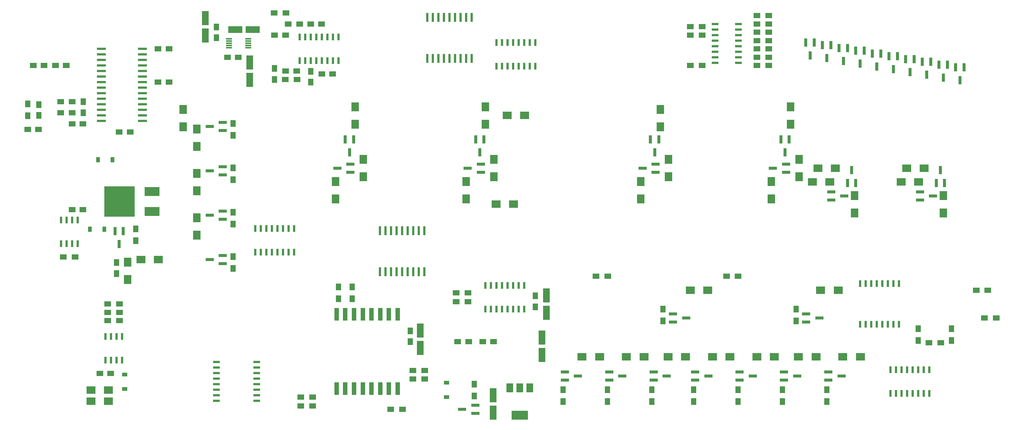
<source format=gbp>
G04 #@! TF.FileFunction,Paste,Bot*
%FSLAX46Y46*%
G04 Gerber Fmt 4.6, Leading zero omitted, Abs format (unit mm)*
G04 Created by KiCad (PCBNEW 4.0.5) date 04/17/17 02:57:54*
%MOMM*%
%LPD*%
G01*
G04 APERTURE LIST*
%ADD10C,0.100000*%
%ADD11R,2.000000X0.600000*%
%ADD12R,1.500000X0.600000*%
%ADD13R,3.800000X2.000000*%
%ADD14R,1.500000X2.000000*%
%ADD15R,0.600000X1.500000*%
%ADD16R,0.600000X2.000000*%
%ADD17R,0.600000X1.550000*%
%ADD18R,1.400000X0.300000*%
%ADD19R,2.000000X1.700000*%
%ADD20R,1.700000X2.000000*%
%ADD21R,1.500000X1.300000*%
%ADD22R,1.900000X0.800000*%
%ADD23R,0.800000X1.900000*%
%ADD24R,3.500000X2.000000*%
%ADD25R,7.000000X7.000000*%
%ADD26R,0.900000X1.200000*%
%ADD27R,1.200000X0.900000*%
%ADD28R,1.500000X3.200000*%
%ADD29R,1.250000X1.500000*%
%ADD30R,1.500000X1.250000*%
%ADD31R,3.200000X1.500000*%
%ADD32R,1.300000X1.500000*%
%ADD33R,1.000000X3.000000*%
G04 APERTURE END LIST*
D10*
D11*
X54865000Y-63500000D03*
X54865000Y-64770000D03*
X54865000Y-66040000D03*
X54865000Y-67310000D03*
X54865000Y-68580000D03*
X54865000Y-69850000D03*
X54865000Y-71120000D03*
X54865000Y-72390000D03*
X54865000Y-73660000D03*
X54865000Y-74930000D03*
X54865000Y-76200000D03*
X54865000Y-77470000D03*
X54865000Y-78740000D03*
X54865000Y-80010000D03*
X45465000Y-80010000D03*
X45465000Y-78740000D03*
X45465000Y-77470000D03*
X45465000Y-76200000D03*
X45465000Y-74930000D03*
X45465000Y-73660000D03*
X45465000Y-72390000D03*
X45465000Y-71120000D03*
X45465000Y-69850000D03*
X45465000Y-68580000D03*
X45465000Y-67310000D03*
X45465000Y-66040000D03*
X45465000Y-64770000D03*
X45465000Y-63500000D03*
D12*
X71753200Y-144043400D03*
X71753200Y-142773400D03*
X71753200Y-141503400D03*
X71753200Y-140233400D03*
X71753200Y-138963400D03*
X71753200Y-137693400D03*
X71753200Y-136423400D03*
X71753200Y-135153400D03*
X81053200Y-135153400D03*
X81053200Y-136423400D03*
X81053200Y-137693400D03*
X81053200Y-138963400D03*
X81053200Y-140233400D03*
X81053200Y-141503400D03*
X81053200Y-142773400D03*
X81053200Y-144043400D03*
D13*
X141224000Y-147422000D03*
D14*
X141224000Y-141122000D03*
X143524000Y-141122000D03*
X138924000Y-141122000D03*
D15*
X135890000Y-62070000D03*
X137160000Y-62070000D03*
X138430000Y-62070000D03*
X139700000Y-62070000D03*
X140970000Y-62070000D03*
X142240000Y-62070000D03*
X143510000Y-62070000D03*
X144780000Y-62070000D03*
X144780000Y-67470000D03*
X143510000Y-67470000D03*
X142240000Y-67470000D03*
X140970000Y-67470000D03*
X139700000Y-67470000D03*
X138430000Y-67470000D03*
X137160000Y-67470000D03*
X135890000Y-67470000D03*
X89535000Y-110015000D03*
X88265000Y-110015000D03*
X86995000Y-110015000D03*
X85725000Y-110015000D03*
X84455000Y-110015000D03*
X83185000Y-110015000D03*
X81915000Y-110015000D03*
X80645000Y-110015000D03*
X80645000Y-104615000D03*
X81915000Y-104615000D03*
X83185000Y-104615000D03*
X84455000Y-104615000D03*
X85725000Y-104615000D03*
X86995000Y-104615000D03*
X88265000Y-104615000D03*
X89535000Y-104615000D03*
X226060000Y-137000000D03*
X227330000Y-137000000D03*
X228600000Y-137000000D03*
X229870000Y-137000000D03*
X231140000Y-137000000D03*
X232410000Y-137000000D03*
X233680000Y-137000000D03*
X234950000Y-137000000D03*
X234950000Y-142400000D03*
X233680000Y-142400000D03*
X232410000Y-142400000D03*
X231140000Y-142400000D03*
X229870000Y-142400000D03*
X228600000Y-142400000D03*
X227330000Y-142400000D03*
X226060000Y-142400000D03*
D12*
X191295000Y-57785000D03*
X191295000Y-59055000D03*
X191295000Y-60325000D03*
X191295000Y-61595000D03*
X191295000Y-62865000D03*
X191295000Y-64135000D03*
X191295000Y-65405000D03*
X191295000Y-66675000D03*
X185895000Y-66675000D03*
X185895000Y-65405000D03*
X185895000Y-64135000D03*
X185895000Y-62865000D03*
X185895000Y-61595000D03*
X185895000Y-60325000D03*
X185895000Y-59055000D03*
X185895000Y-57785000D03*
D16*
X109220000Y-105155000D03*
X110490000Y-105155000D03*
X111760000Y-105155000D03*
X113030000Y-105155000D03*
X114300000Y-105155000D03*
X115570000Y-105155000D03*
X116840000Y-105155000D03*
X118110000Y-105155000D03*
X119380000Y-105155000D03*
X119380000Y-114555000D03*
X118110000Y-114555000D03*
X116840000Y-114555000D03*
X115570000Y-114555000D03*
X114300000Y-114555000D03*
X113030000Y-114555000D03*
X111760000Y-114555000D03*
X110490000Y-114555000D03*
X109220000Y-114555000D03*
X120015000Y-56260000D03*
X121285000Y-56260000D03*
X122555000Y-56260000D03*
X123825000Y-56260000D03*
X125095000Y-56260000D03*
X126365000Y-56260000D03*
X127635000Y-56260000D03*
X128905000Y-56260000D03*
X130175000Y-56260000D03*
X130175000Y-65660000D03*
X128905000Y-65660000D03*
X127635000Y-65660000D03*
X126365000Y-65660000D03*
X125095000Y-65660000D03*
X123825000Y-65660000D03*
X122555000Y-65660000D03*
X121285000Y-65660000D03*
X120015000Y-65660000D03*
D17*
X36195000Y-102710000D03*
X37465000Y-102710000D03*
X38735000Y-102710000D03*
X40005000Y-102710000D03*
X40005000Y-108110000D03*
X38735000Y-108110000D03*
X37465000Y-108110000D03*
X36195000Y-108110000D03*
X50165000Y-134780000D03*
X48895000Y-134780000D03*
X47625000Y-134780000D03*
X46355000Y-134780000D03*
X46355000Y-129380000D03*
X47625000Y-129380000D03*
X48895000Y-129380000D03*
X50165000Y-129380000D03*
D18*
X74635000Y-63230000D03*
X74635000Y-62730000D03*
X74635000Y-62230000D03*
X74635000Y-61730000D03*
X74635000Y-61230000D03*
X79035000Y-61230000D03*
X79035000Y-61730000D03*
X79035000Y-62230000D03*
X79035000Y-62730000D03*
X79035000Y-63230000D03*
D15*
X227965000Y-126570000D03*
X226695000Y-126570000D03*
X225425000Y-126570000D03*
X224155000Y-126570000D03*
X222885000Y-126570000D03*
X221615000Y-126570000D03*
X220345000Y-126570000D03*
X219075000Y-126570000D03*
X219075000Y-117270000D03*
X220345000Y-117270000D03*
X221615000Y-117270000D03*
X222885000Y-117270000D03*
X224155000Y-117270000D03*
X225425000Y-117270000D03*
X226695000Y-117270000D03*
X227965000Y-117270000D03*
D19*
X233775000Y-90805000D03*
X229775000Y-90805000D03*
X215170000Y-133985000D03*
X219170000Y-133985000D03*
X232505000Y-93980000D03*
X228505000Y-93980000D03*
D20*
X238125000Y-101060000D03*
X238125000Y-97060000D03*
D19*
X205010000Y-133985000D03*
X209010000Y-133985000D03*
X213455000Y-90805000D03*
X209455000Y-90805000D03*
X212185000Y-93980000D03*
X208185000Y-93980000D03*
D20*
X217805000Y-101060000D03*
X217805000Y-97060000D03*
D19*
X195485000Y-133985000D03*
X199485000Y-133985000D03*
D20*
X198755000Y-93885000D03*
X198755000Y-97885000D03*
X203200000Y-80740000D03*
X203200000Y-76740000D03*
X205105000Y-92805000D03*
X205105000Y-88805000D03*
D19*
X185325000Y-133985000D03*
X189325000Y-133985000D03*
D20*
X168910000Y-93885000D03*
X168910000Y-97885000D03*
X173355000Y-81375000D03*
X173355000Y-77375000D03*
X175260000Y-92805000D03*
X175260000Y-88805000D03*
D19*
X175165000Y-133985000D03*
X179165000Y-133985000D03*
X165640000Y-133985000D03*
X169640000Y-133985000D03*
D20*
X133350000Y-80740000D03*
X133350000Y-76740000D03*
X135255000Y-92805000D03*
X135255000Y-88805000D03*
X99060000Y-93885000D03*
X99060000Y-97885000D03*
X67310000Y-106140000D03*
X67310000Y-102140000D03*
X67310000Y-85820000D03*
X67310000Y-81820000D03*
D19*
X155480000Y-133985000D03*
X159480000Y-133985000D03*
D20*
X103505000Y-80740000D03*
X103505000Y-76740000D03*
X105410000Y-92805000D03*
X105410000Y-88805000D03*
X67310000Y-95980000D03*
X67310000Y-91980000D03*
X64135000Y-77375000D03*
X64135000Y-81375000D03*
D19*
X180245000Y-118745000D03*
X184245000Y-118745000D03*
X135795000Y-99060000D03*
X139795000Y-99060000D03*
X138335000Y-78740000D03*
X142335000Y-78740000D03*
X210090000Y-118745000D03*
X214090000Y-118745000D03*
X58515000Y-111760000D03*
X54515000Y-111760000D03*
D20*
X51435000Y-112300000D03*
X51435000Y-116300000D03*
D21*
X36750000Y-111125000D03*
X39450000Y-111125000D03*
X46910000Y-125730000D03*
X49610000Y-125730000D03*
X46910000Y-123825000D03*
X49610000Y-123825000D03*
X46910000Y-121920000D03*
X49610000Y-121920000D03*
D19*
X43085000Y-141605000D03*
X47085000Y-141605000D03*
X43085000Y-144145000D03*
X47085000Y-144145000D03*
D21*
X36115000Y-75565000D03*
X38815000Y-75565000D03*
X36115000Y-78105000D03*
X38815000Y-78105000D03*
D22*
X211860000Y-139380000D03*
X211860000Y-137480000D03*
X214860000Y-138430000D03*
D23*
X221935000Y-64540000D03*
X223835000Y-64540000D03*
X222885000Y-67540000D03*
X238440000Y-94210000D03*
X236540000Y-94210000D03*
X237490000Y-91210000D03*
X225745000Y-65175000D03*
X227645000Y-65175000D03*
X226695000Y-68175000D03*
D22*
X201700000Y-139380000D03*
X201700000Y-137480000D03*
X204700000Y-138430000D03*
X232815000Y-98105000D03*
X232815000Y-96205000D03*
X235815000Y-97155000D03*
D23*
X229555000Y-65810000D03*
X231455000Y-65810000D03*
X230505000Y-68810000D03*
X218120000Y-94210000D03*
X216220000Y-94210000D03*
X217170000Y-91210000D03*
D22*
X191540000Y-139380000D03*
X191540000Y-137480000D03*
X194540000Y-138430000D03*
X212495000Y-98105000D03*
X212495000Y-96205000D03*
X215495000Y-97155000D03*
D23*
X233365000Y-66445000D03*
X235265000Y-66445000D03*
X234315000Y-69445000D03*
D22*
X202160000Y-89855000D03*
X202160000Y-91755000D03*
X199160000Y-90805000D03*
X181380000Y-139380000D03*
X181380000Y-137480000D03*
X184380000Y-138430000D03*
D23*
X200980000Y-84225000D03*
X202880000Y-84225000D03*
X201930000Y-87225000D03*
X237175000Y-67080000D03*
X239075000Y-67080000D03*
X238125000Y-70080000D03*
D22*
X171855000Y-139380000D03*
X171855000Y-137480000D03*
X174855000Y-138430000D03*
X172315000Y-89855000D03*
X172315000Y-91755000D03*
X169315000Y-90805000D03*
D23*
X240985000Y-67715000D03*
X242885000Y-67715000D03*
X241935000Y-70715000D03*
X171135000Y-84225000D03*
X173035000Y-84225000D03*
X172085000Y-87225000D03*
D22*
X161695000Y-139380000D03*
X161695000Y-137480000D03*
X164695000Y-138430000D03*
D23*
X218125000Y-63905000D03*
X220025000Y-63905000D03*
X219075000Y-66905000D03*
X131130000Y-84225000D03*
X133030000Y-84225000D03*
X132080000Y-87225000D03*
D22*
X73255000Y-110810000D03*
X73255000Y-112710000D03*
X70255000Y-111760000D03*
X73255000Y-90490000D03*
X73255000Y-92390000D03*
X70255000Y-91440000D03*
X151535000Y-139380000D03*
X151535000Y-137480000D03*
X154535000Y-138430000D03*
D23*
X206695000Y-62000000D03*
X208595000Y-62000000D03*
X207645000Y-65000000D03*
D22*
X102465000Y-89855000D03*
X102465000Y-91755000D03*
X99465000Y-90805000D03*
X73255000Y-100650000D03*
X73255000Y-102550000D03*
X70255000Y-101600000D03*
X73255000Y-80330000D03*
X73255000Y-82230000D03*
X70255000Y-81280000D03*
D23*
X214315000Y-63270000D03*
X216215000Y-63270000D03*
X215265000Y-66270000D03*
X101285000Y-84225000D03*
X103185000Y-84225000D03*
X102235000Y-87225000D03*
X210505000Y-62635000D03*
X212405000Y-62635000D03*
X211455000Y-65635000D03*
D22*
X176300000Y-126045000D03*
X176300000Y-124145000D03*
X179300000Y-125095000D03*
X206780000Y-126045000D03*
X206780000Y-124145000D03*
X209780000Y-125095000D03*
D24*
X57040000Y-96135000D03*
X57040000Y-100715000D03*
D25*
X49640000Y-98435000D03*
D23*
X48580000Y-105180000D03*
X50480000Y-105180000D03*
X49530000Y-108180000D03*
D26*
X48005000Y-88900000D03*
X44705000Y-88900000D03*
X46100000Y-104775000D03*
X42800000Y-104775000D03*
D27*
X50800000Y-138050000D03*
X50800000Y-141350000D03*
D28*
X147320000Y-119920000D03*
X147320000Y-123920000D03*
D29*
X116187220Y-128046160D03*
X116187220Y-130546160D03*
D30*
X135235000Y-130556000D03*
X132735000Y-130556000D03*
X129520000Y-130556000D03*
X127020000Y-130556000D03*
D28*
X118488460Y-127951480D03*
X118488460Y-131951480D03*
D29*
X144780000Y-120035000D03*
X144780000Y-122535000D03*
D28*
X135128000Y-146780000D03*
X135128000Y-142780000D03*
X146304000Y-133572000D03*
X146304000Y-129572000D03*
D30*
X52050000Y-82550000D03*
X49550000Y-82550000D03*
X41255000Y-80645000D03*
X38755000Y-80645000D03*
X32365000Y-67310000D03*
X29865000Y-67310000D03*
X58440000Y-71120000D03*
X60940000Y-71120000D03*
X58440000Y-63500000D03*
X60940000Y-63500000D03*
X37445000Y-67310000D03*
X34945000Y-67310000D03*
D29*
X41275000Y-78085000D03*
X41275000Y-75585000D03*
X31115000Y-76220000D03*
X31115000Y-78720000D03*
D30*
X28595000Y-81915000D03*
X31095000Y-81915000D03*
X76815000Y-65405000D03*
X74315000Y-65405000D03*
D31*
X80105000Y-59055000D03*
X76105000Y-59055000D03*
D28*
X79375000Y-66580000D03*
X79375000Y-70580000D03*
D29*
X71755000Y-60940000D03*
X71755000Y-58440000D03*
D28*
X69215000Y-60420000D03*
X69215000Y-56420000D03*
D29*
X85090000Y-67965000D03*
X85090000Y-70465000D03*
D30*
X87610000Y-60325000D03*
X85110000Y-60325000D03*
X47605000Y-137795000D03*
X45105000Y-137795000D03*
D29*
X48895000Y-112415000D03*
X48895000Y-114915000D03*
D32*
X99695000Y-118030000D03*
X99695000Y-120730000D03*
X102870000Y-120730000D03*
X102870000Y-118030000D03*
D21*
X87710000Y-55245000D03*
X85010000Y-55245000D03*
X158670000Y-115570000D03*
X161370000Y-115570000D03*
X188515000Y-115570000D03*
X191215000Y-115570000D03*
X248365000Y-118745000D03*
X245665000Y-118745000D03*
X250270000Y-125095000D03*
X247570000Y-125095000D03*
D32*
X232410000Y-130255000D03*
X232410000Y-127555000D03*
X240030000Y-130255000D03*
X240030000Y-127555000D03*
D21*
X237570000Y-130810000D03*
X234870000Y-130810000D03*
X114380000Y-146050000D03*
X111680000Y-146050000D03*
X93806000Y-145288000D03*
X91106000Y-145288000D03*
X93806000Y-143256000D03*
X91106000Y-143256000D03*
X119460000Y-139065000D03*
X116760000Y-139065000D03*
X119460000Y-137160000D03*
X116760000Y-137160000D03*
X129366000Y-119380000D03*
X126666000Y-119380000D03*
X129366000Y-121412000D03*
X126666000Y-121412000D03*
D32*
X28575000Y-76120000D03*
X28575000Y-78820000D03*
D21*
X90250000Y-70485000D03*
X87550000Y-70485000D03*
X90885000Y-57785000D03*
X88185000Y-57785000D03*
D32*
X53340000Y-104695000D03*
X53340000Y-107395000D03*
X204470000Y-125810000D03*
X204470000Y-123110000D03*
X173990000Y-125810000D03*
X173990000Y-123110000D03*
D21*
X198200000Y-59690000D03*
X195500000Y-59690000D03*
X180260000Y-60325000D03*
X182960000Y-60325000D03*
D32*
X75565000Y-80565000D03*
X75565000Y-83265000D03*
X75565000Y-100885000D03*
X75565000Y-103585000D03*
D21*
X198200000Y-57785000D03*
X195500000Y-57785000D03*
D32*
X151130000Y-141525000D03*
X151130000Y-144225000D03*
X75565000Y-90725000D03*
X75565000Y-93425000D03*
X75565000Y-111045000D03*
X75565000Y-113745000D03*
D21*
X180260000Y-58420000D03*
X182960000Y-58420000D03*
D32*
X161290000Y-141525000D03*
X161290000Y-144225000D03*
D21*
X198200000Y-55880000D03*
X195500000Y-55880000D03*
D32*
X171450000Y-141525000D03*
X171450000Y-144225000D03*
D21*
X198200000Y-65405000D03*
X195500000Y-65405000D03*
D32*
X180975000Y-141525000D03*
X180975000Y-144225000D03*
D21*
X198200000Y-67310000D03*
X195500000Y-67310000D03*
D32*
X191135000Y-141525000D03*
X191135000Y-144225000D03*
D21*
X198200000Y-61595000D03*
X195500000Y-61595000D03*
D32*
X201295000Y-141525000D03*
X201295000Y-144225000D03*
D21*
X180260000Y-67310000D03*
X182960000Y-67310000D03*
X198200000Y-63500000D03*
X195500000Y-63500000D03*
D32*
X211455000Y-141525000D03*
X211455000Y-144225000D03*
D30*
X38755000Y-100330000D03*
X41255000Y-100330000D03*
D33*
X99287360Y-124288660D03*
X101287360Y-124288660D03*
X103287360Y-124288660D03*
X105287360Y-124288660D03*
X107287360Y-124288660D03*
X109287360Y-124288660D03*
X111287360Y-124288660D03*
X113287360Y-124288660D03*
X113287360Y-141288660D03*
X111287360Y-141288660D03*
X109287360Y-141288660D03*
X107287360Y-141288660D03*
X105287360Y-141288660D03*
X103287360Y-141288660D03*
X101287360Y-141288660D03*
X99287360Y-141288660D03*
D15*
X142240000Y-123096000D03*
X140970000Y-123096000D03*
X139700000Y-123096000D03*
X138430000Y-123096000D03*
X137160000Y-123096000D03*
X135890000Y-123096000D03*
X134620000Y-123096000D03*
X133350000Y-123096000D03*
X133350000Y-117696000D03*
X134620000Y-117696000D03*
X135890000Y-117696000D03*
X137160000Y-117696000D03*
X138430000Y-117696000D03*
X139700000Y-117696000D03*
X140970000Y-117696000D03*
X142240000Y-117696000D03*
D20*
X128905000Y-93885000D03*
X128905000Y-97885000D03*
D22*
X132310000Y-89855000D03*
X132310000Y-91755000D03*
X129310000Y-90805000D03*
D30*
X95865000Y-57785000D03*
X93365000Y-57785000D03*
X95905000Y-69215000D03*
X98405000Y-69215000D03*
D29*
X93345000Y-68600000D03*
X93345000Y-71100000D03*
D30*
X90150000Y-68580000D03*
X87650000Y-68580000D03*
D15*
X99695000Y-66200000D03*
X98425000Y-66200000D03*
X97155000Y-66200000D03*
X95885000Y-66200000D03*
X94615000Y-66200000D03*
X93345000Y-66200000D03*
X92075000Y-66200000D03*
X90805000Y-66200000D03*
X90805000Y-60800000D03*
X92075000Y-60800000D03*
X93345000Y-60800000D03*
X94615000Y-60800000D03*
X95885000Y-60800000D03*
X97155000Y-60800000D03*
X98425000Y-60800000D03*
X99695000Y-60800000D03*
D27*
X124460000Y-143255000D03*
X124460000Y-139955000D03*
D22*
X131040000Y-145100000D03*
X131040000Y-147000000D03*
X128040000Y-146050000D03*
D32*
X130810000Y-142955000D03*
X130810000Y-140255000D03*
M02*

</source>
